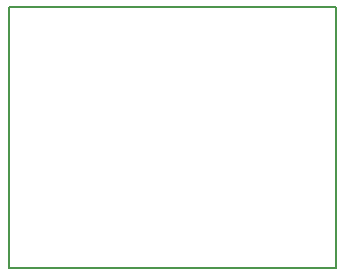
<source format=gbr>
G04 #@! TF.FileFunction,Other,User*
%FSLAX46Y46*%
G04 Gerber Fmt 4.6, Leading zero omitted, Abs format (unit mm)*
G04 Created by KiCad (PCBNEW 4.0.5) date 02/20/17 17:06:03*
%MOMM*%
%LPD*%
G01*
G04 APERTURE LIST*
%ADD10C,0.100000*%
%ADD11C,0.200000*%
G04 APERTURE END LIST*
D10*
D11*
X158038800Y-100228400D02*
X130429000Y-100228400D01*
X158038800Y-78130400D02*
X158038800Y-100228400D01*
X130429000Y-78130400D02*
X158038800Y-78130400D01*
X130429000Y-100228400D02*
X130429000Y-78130400D01*
M02*

</source>
